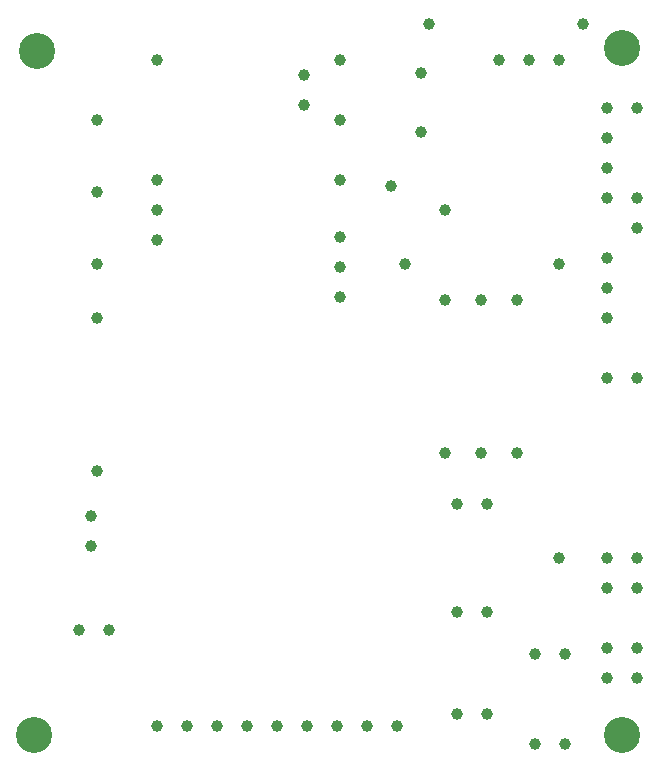
<source format=gbr>
G04 Generated by Ultiboard *
%FSLAX25Y25*%
%MOIN*%

%ADD10C,0.12000*%
%ADD11C,0.03937*%


G04 ColorRGB 000000 for the following layer *
%LNDrill-Copper Top-Copper Bottom*%
%LPD*%
%FSLAX25Y25*%
%MOIN*%
G54D10*
X189000Y107000D03*
X190000Y335000D03*
X385000Y107000D03*
X385000Y336000D03*
G54D11*
X356000Y104000D03*
X356000Y134000D03*
X318000Y308000D03*
X318000Y327685D03*
X250000Y110000D03*
X240000Y110000D03*
X230000Y110000D03*
X310000Y110000D03*
X280000Y110000D03*
X270000Y110000D03*
X260000Y110000D03*
X300000Y110000D03*
X290000Y110000D03*
X230000Y282000D03*
X230000Y272000D03*
X230000Y292000D03*
X230000Y332000D03*
X291000Y253000D03*
X279000Y317000D03*
X291000Y312000D03*
X291000Y263000D03*
X291000Y273000D03*
X291000Y292000D03*
X279000Y327000D03*
X291000Y332000D03*
X204000Y142000D03*
X214000Y142000D03*
X208000Y180000D03*
X208000Y170000D03*
X210000Y194819D03*
X210000Y246000D03*
X210000Y312000D03*
X210000Y288000D03*
X210000Y264000D03*
X380000Y256000D03*
X380000Y226000D03*
X380000Y156000D03*
X380000Y126000D03*
X380000Y136000D03*
X380000Y246000D03*
X380000Y166000D03*
X390000Y126000D03*
X390000Y156000D03*
X390000Y136000D03*
X390000Y166000D03*
X390000Y226000D03*
X380000Y286000D03*
X380000Y316000D03*
X380000Y306000D03*
X380000Y266000D03*
X380000Y296000D03*
X390000Y316000D03*
X390000Y286000D03*
X390000Y276000D03*
X326000Y252000D03*
X326000Y200819D03*
X338000Y252000D03*
X338000Y200819D03*
X350000Y252000D03*
X350000Y200819D03*
X366000Y104000D03*
X366000Y134000D03*
X330000Y114000D03*
X340000Y114000D03*
X330000Y184000D03*
X340000Y184000D03*
X330000Y148000D03*
X340000Y148000D03*
X364000Y166000D03*
X308000Y290000D03*
X326000Y282000D03*
X312819Y264000D03*
X364000Y264000D03*
X320819Y344000D03*
X372000Y344000D03*
X344000Y332000D03*
X364000Y332000D03*
X354000Y332000D03*

M00*

</source>
